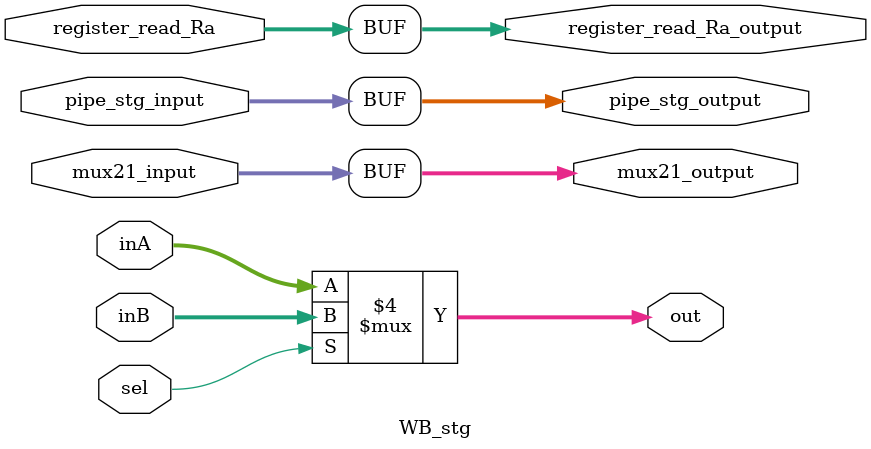
<source format=v>
module WB_stg (
    input wire [7:0] inA,
    input wire [7:0] inB,
	 input wire [7:0] mux21_input,
    input wire sel,
	 input wire [1:0] register_read_Ra,
	 input wire [3:0] pipe_stg_input,
	 output wire [3:0] pipe_stg_output,
    output reg [7:0] out,
    output wire [7:0] mux21_output,
	 output wire [1:0] register_read_Ra_output);	
	

assign  mux21_output [7:0] = mux21_input[7:0];	
assign register_read_Ra_output [1:0] = register_read_Ra [1:0];
assign pipe_stg_output [3:0] = pipe_stg_input [3:0];

always@(inA,inB,sel)
begin
    if (sel == 0)
      begin
         out <= inA; // load imm
      end
    else 
      begin
         out <= inB; // everthing else
      end
end	 
endmodule
</source>
